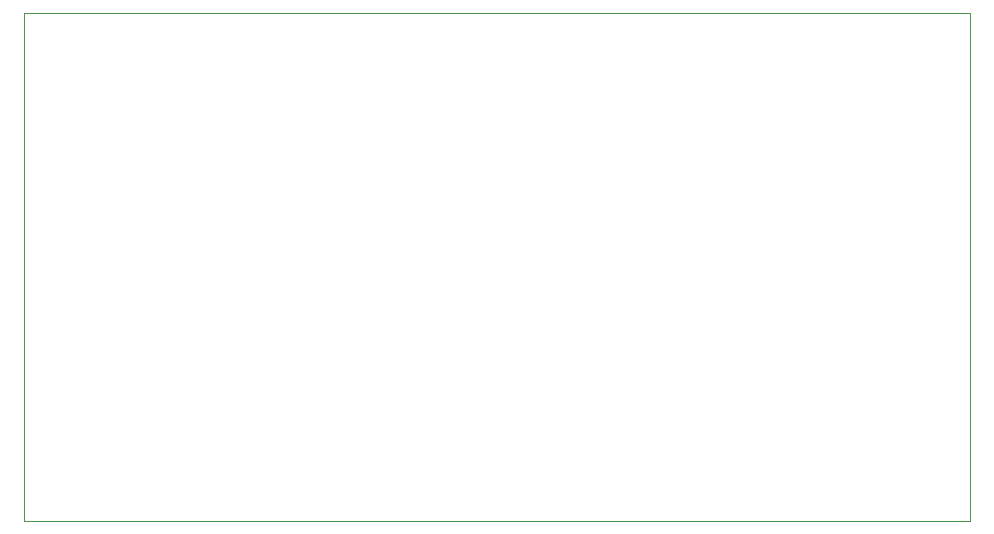
<source format=gbr>
%TF.GenerationSoftware,KiCad,Pcbnew,9.0.2*%
%TF.CreationDate,2025-10-22T09:47:41+03:00*%
%TF.ProjectId,aair_gimb_pcb,61616972-5f67-4696-9d62-5f7063622e6b,rev?*%
%TF.SameCoordinates,Original*%
%TF.FileFunction,Profile,NP*%
%FSLAX46Y46*%
G04 Gerber Fmt 4.6, Leading zero omitted, Abs format (unit mm)*
G04 Created by KiCad (PCBNEW 9.0.2) date 2025-10-22 09:47:41*
%MOMM*%
%LPD*%
G01*
G04 APERTURE LIST*
%TA.AperFunction,Profile*%
%ADD10C,0.100000*%
%TD*%
G04 APERTURE END LIST*
D10*
X123050000Y-59850000D02*
X203150000Y-59850000D01*
X203150000Y-102850000D01*
X123050000Y-102850000D01*
X123050000Y-59850000D01*
M02*

</source>
